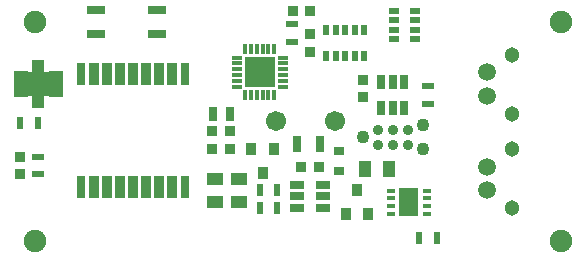
<source format=gts>
G04 #@! TF.GenerationSoftware,KiCad,Pcbnew,(2017-11-24 revision a01d81e4b)-makepkg*
G04 #@! TF.CreationDate,2018-02-25T20:08:33+10:30*
G04 #@! TF.ProjectId,ledGlasses,6C6564476C61737365732E6B69636164,rev?*
G04 #@! TF.SameCoordinates,PX5f5e100PY5f5e100*
G04 #@! TF.FileFunction,Soldermask,Top*
G04 #@! TF.FilePolarity,Negative*
%FSLAX46Y46*%
G04 Gerber Fmt 4.6, Leading zero omitted, Abs format (unit mm)*
G04 Created by KiCad (PCBNEW (2017-11-24 revision a01d81e4b)-makepkg) date 02/25/18 20:08:33*
%MOMM*%
%LPD*%
G01*
G04 APERTURE LIST*
%ADD10R,1.101600X1.101600*%
%ADD11R,1.151600X2.301600*%
%ADD12R,2.101600X2.101600*%
%ADD13R,0.601600X0.901600*%
%ADD14R,1.401600X1.401600*%
%ADD15R,0.401600X0.951600*%
%ADD16R,0.951600X0.401600*%
%ADD17R,0.901600X1.001600*%
%ADD18C,1.901600*%
%ADD19R,0.851600X0.901600*%
%ADD20R,1.101600X1.351600*%
%ADD21R,0.901600X0.851600*%
%ADD22R,1.351600X1.101600*%
%ADD23R,0.901600X0.701600*%
%ADD24R,1.001600X0.601600*%
%ADD25R,0.601600X1.001600*%
%ADD26R,0.901600X0.601600*%
%ADD27R,0.901600X0.501600*%
%ADD28R,1.161600X0.751600*%
%ADD29R,0.751600X1.161600*%
%ADD30R,0.876600X1.301600*%
%ADD31R,0.751600X0.451600*%
%ADD32C,1.301600*%
%ADD33C,1.501600*%
%ADD34R,0.801600X1.901600*%
%ADD35R,0.901600X1.901600*%
%ADD36C,1.701600*%
%ADD37C,1.092200*%
%ADD38C,0.889000*%
%ADD39R,0.801600X1.401600*%
%ADD40R,1.551600X0.801600*%
%ADD41R,0.701600X1.201600*%
G04 APERTURE END LIST*
D10*
X3000000Y-9500000D03*
X3000000Y-6500000D03*
D11*
X1525000Y-8000000D03*
X4475000Y-8000000D03*
D12*
X3000000Y-8000000D03*
D13*
X27400000Y-5600000D03*
X28200000Y-5600000D03*
X29000000Y-5600000D03*
X29800000Y-5600000D03*
X30600000Y-5600000D03*
X30600000Y-3400000D03*
X29800000Y-3400000D03*
X29000000Y-3400000D03*
X28200000Y-3400000D03*
X27400000Y-3400000D03*
D14*
X21150000Y-6400000D03*
X21150000Y-7600000D03*
X22350000Y-6400000D03*
X22350000Y-7600000D03*
D15*
X20500000Y-5050000D03*
X21000000Y-5050000D03*
X21500000Y-5050000D03*
X22000000Y-5050000D03*
X22500000Y-5050000D03*
X23000000Y-5050000D03*
D16*
X23700000Y-5750000D03*
X23700000Y-6250000D03*
X23700000Y-6750000D03*
X23700000Y-7250000D03*
X23700000Y-7750000D03*
X23700000Y-8250000D03*
D15*
X23000000Y-8950000D03*
X22500000Y-8950000D03*
X22000000Y-8950000D03*
X21500000Y-8950000D03*
X21000000Y-8950000D03*
X20500000Y-8950000D03*
D16*
X19800000Y-8250000D03*
X19800000Y-7750000D03*
X19800000Y-7250000D03*
X19800000Y-6750000D03*
X19800000Y-6250000D03*
X19800000Y-5750000D03*
D17*
X30000000Y-17000000D03*
X30950000Y-19000000D03*
X29050000Y-19000000D03*
D18*
X47250000Y-2750000D03*
X2750000Y-2750000D03*
X2750000Y-21250000D03*
X47250000Y-21250000D03*
D19*
X30500000Y-7632000D03*
X30500000Y-9132000D03*
X17750000Y-13500000D03*
X17750000Y-12000000D03*
X19250000Y-12000000D03*
X19250000Y-13500000D03*
D20*
X32700000Y-15200000D03*
X30700000Y-15200000D03*
D21*
X26050000Y-1800000D03*
X24550000Y-1800000D03*
D19*
X26000000Y-5250000D03*
X26000000Y-3750000D03*
D21*
X25250000Y-15000000D03*
X26750000Y-15000000D03*
D22*
X20000000Y-16000000D03*
X20000000Y-18000000D03*
X18000000Y-18000000D03*
X18000000Y-16000000D03*
D23*
X28500000Y-13650000D03*
X28500000Y-15350000D03*
D17*
X22000000Y-15500000D03*
X21050000Y-13500000D03*
X22950000Y-13500000D03*
D24*
X24500000Y-2950000D03*
X24500000Y-4450000D03*
X36000000Y-8150000D03*
X36000000Y-9650000D03*
D25*
X36750000Y-21000000D03*
X35250000Y-21000000D03*
X23250000Y-18500000D03*
X21750000Y-18500000D03*
X21750000Y-17000000D03*
X23250000Y-17000000D03*
D26*
X34900000Y-4200000D03*
D27*
X34900000Y-3400000D03*
D26*
X34900000Y-1800000D03*
D27*
X34900000Y-2600000D03*
D26*
X33100000Y-4200000D03*
D27*
X33100000Y-2600000D03*
X33100000Y-3400000D03*
D26*
X33100000Y-1800000D03*
D28*
X27100000Y-17500000D03*
X27100000Y-16550000D03*
X27100000Y-18450000D03*
X24900000Y-18450000D03*
X24900000Y-17500000D03*
X24900000Y-16550000D03*
D29*
X33000000Y-7800000D03*
X32050000Y-7800000D03*
X33950000Y-7800000D03*
X33950000Y-10000000D03*
X33000000Y-10000000D03*
X32050000Y-10000000D03*
D30*
X34000000Y-17400000D03*
X34000000Y-18600000D03*
X34775000Y-17400000D03*
X34775000Y-18600000D03*
D31*
X35937500Y-17025000D03*
X35937500Y-17675000D03*
X35937500Y-18325000D03*
X35937500Y-18975000D03*
X32837500Y-18975000D03*
X32837500Y-18325000D03*
X32837500Y-17675000D03*
X32837500Y-17025000D03*
D19*
X1500000Y-14150000D03*
X1500000Y-15650000D03*
D32*
X43100000Y-18500000D03*
X43100000Y-13500000D03*
D33*
X41000000Y-15000000D03*
X41000000Y-17000000D03*
D24*
X3000000Y-15650000D03*
X3000000Y-14150000D03*
D34*
X15400000Y-7150000D03*
D35*
X14300000Y-7150000D03*
X13200000Y-7150000D03*
X12100000Y-7150000D03*
X11000000Y-7150000D03*
X9900000Y-7150000D03*
X8800000Y-7150000D03*
X7700000Y-7150000D03*
D34*
X6600000Y-7150000D03*
X6600000Y-16750000D03*
D35*
X7700000Y-16750000D03*
X8800000Y-16750000D03*
X9900000Y-16750000D03*
X11000000Y-16750000D03*
X12100000Y-16750000D03*
X13200000Y-16750000D03*
X14300000Y-16750000D03*
D34*
X15400000Y-16750000D03*
D32*
X43100000Y-10500000D03*
X43100000Y-5500000D03*
D33*
X41000000Y-7000000D03*
X41000000Y-9000000D03*
D36*
X23100000Y-11100000D03*
X28100000Y-11100000D03*
D37*
X35540000Y-11484000D03*
X35540000Y-13516000D03*
X30460000Y-12500000D03*
D38*
X31730000Y-13135000D03*
X31730000Y-11865000D03*
X33000000Y-13135000D03*
X33000000Y-11865000D03*
X34270000Y-13135000D03*
X34270000Y-11865000D03*
D39*
X26850000Y-13100000D03*
X24950000Y-13100000D03*
D25*
X1450000Y-11300000D03*
X2950000Y-11300000D03*
D40*
X13080000Y-1750000D03*
X7920000Y-1750000D03*
X7920000Y-3750000D03*
X13080000Y-3750000D03*
D41*
X19200000Y-10500000D03*
X17800000Y-10500000D03*
M02*

</source>
